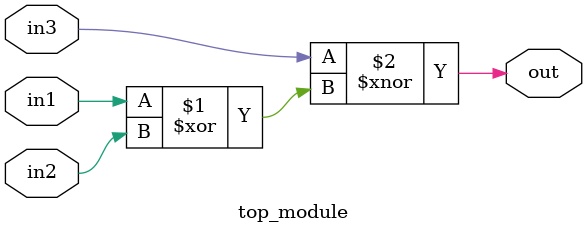
<source format=v>
module top_module (
    input in1,
    input in2,
    input in3,
    output out);
    assign out = in3^~(in1^in2);

endmodule

</source>
